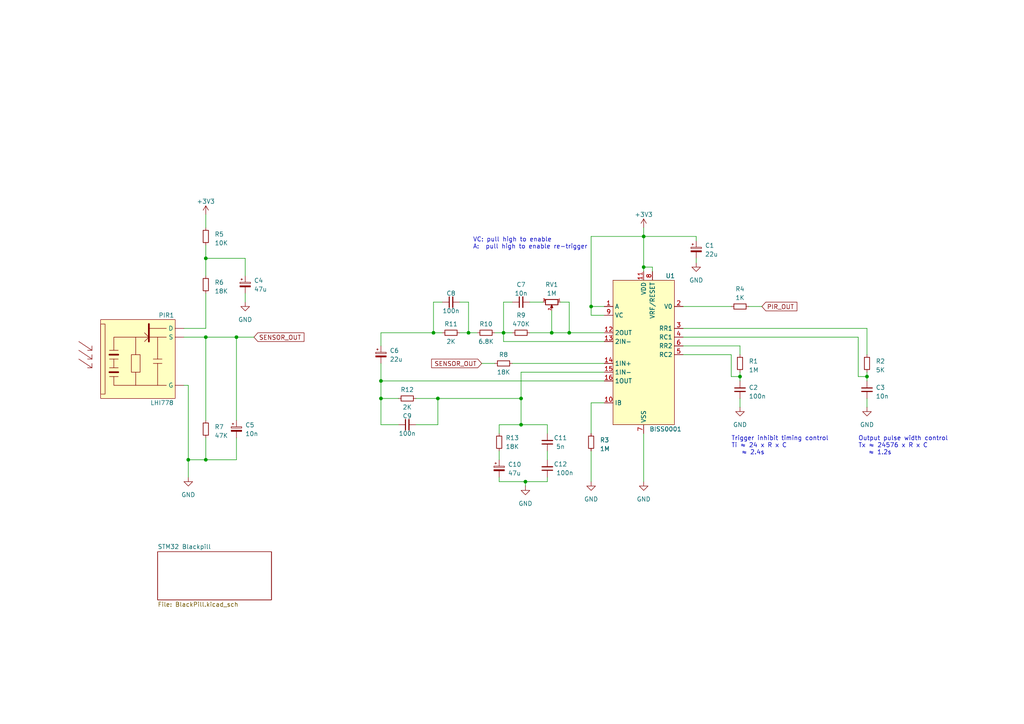
<source format=kicad_sch>
(kicad_sch (version 20230121) (generator eeschema)
  (paper "A4")
  (lib_symbols
    (symbol "Device:C_Polarized_Small" (pin_numbers hide) (pin_names (offset 0.254) hide)
      (property "Reference" "C" (at 0.254 1.778 0))
      (property "Value" "C_Polarized_Small" (at 0.254 -2.032 0))
      (symbol "C_Polarized_Small_0_1"
        (rectangle (start -1.524 -0.3048) (end 1.524 -0.6858) (fill (type outline)))
        (rectangle (start -1.524 0.6858) (end 1.524 0.3048))
        (polyline (pts (xy -1.27 1.524) (xy -0.762 1.524)))
        (polyline (pts (xy -1.016 1.27) (xy -1.016 1.778)))
      )
      (symbol "C_Polarized_Small_1_1"
        (pin passive line (at 0 2.54 270) (length 1.8542) (name "~") (number "1"))
        (pin passive line (at 0 -2.54 90) (length 1.8542) (name "~") (number "2"))
      )
    )
    (symbol "Device:C_Small" (pin_numbers hide) (pin_names (offset 0.254) hide)
      (property "Reference" "C" (at 0.254 1.778 0))
      (property "Value" "C_Small" (at 0.254 -2.032 0))
      (symbol "C_Small_0_1"
        (polyline (pts (xy -1.524 -0.508) (xy 1.524 -0.508)) (stroke (width 0.3302)))
        (polyline (pts (xy -1.524 0.508) (xy 1.524 0.508)) (stroke (width 0.3048)))
      )
      (symbol "C_Small_1_1"
        (pin passive line (at 0 2.54 270) (length 2.032) (name "~") (number "1"))
        (pin passive line (at 0 -2.54 90) (length 2.032) (name "~") (number "2"))
      )
    )
    (symbol "Device:R_Potentiometer_Small" (pin_names (offset 1.016) hide)
      (property "Reference" "RV" (at -4.445 0 90))
      (property "Value" "R_Potentiometer_Small" (at -2.54 0 90))
      (symbol "R_Potentiometer_Small_0_1"
        (polyline (pts (xy 0.889 0) (xy 0.635 0) (xy 1.651 0.381) (xy 1.651 -0.381) (xy 0.635 0) (xy 0.889 0)) (fill (type outline)))
        (rectangle (start 0.762 1.8034) (end -0.762 -1.8034) (stroke (width 0.254)))
      )
      (symbol "R_Potentiometer_Small_1_1"
        (pin passive line (at 0 2.54 270) (length 0.635) (name "1") (number "1"))
        (pin passive line (at 2.54 0 180) (length 0.9906) (name "2") (number "2"))
        (pin passive line (at 0 -2.54 90) (length 0.635) (name "3") (number "3"))
      )
    )
    (symbol "Device:R_Small" (pin_numbers hide) (pin_names (offset 0.254) hide)
      (property "Reference" "R" (at 0.762 0.508 0))
      (property "Value" "R_Small" (at 0.762 -1.016 0))
      (symbol "R_Small_0_1"
        (rectangle (start -0.762 1.778) (end 0.762 -1.778) (stroke (width 0.2032)))
      )
      (symbol "R_Small_1_1"
        (pin passive line (at 0 2.54 270) (length 0.762) (name "~") (number "1"))
        (pin passive line (at 0 -2.54 90) (length 0.762) (name "~") (number "2"))
      )
    )
    (symbol "TomsSymbolLib:BIS0001"
      (property "Reference" "U" (at 11.43 2.54 0))
      (property "Value" "BISS00001" (at 10.16 -41.91 0))
      (symbol "BIS0001_1_1"
        (rectangle (start -5.08 1.27) (end 12.7 -40.64) (fill (type background)))
        (pin input line (at -7.62 -6.35 0) (length 2.54) (name "A") (number "1"))
        (pin bidirectional line (at -7.62 -34.29 0) (length 2.54) (name "IB") (number "10"))
        (pin power_in line (at 3.81 3.81 270) (length 2.54) (name "VDD") (number "11"))
        (pin bidirectional line (at -7.62 -13.97 0) (length 2.54) (name "2OUT") (number "12"))
        (pin bidirectional line (at -7.62 -16.51 0) (length 2.54) (name "2IN-") (number "13"))
        (pin bidirectional line (at -7.62 -22.86 0) (length 2.54) (name "1IN+") (number "14"))
        (pin bidirectional line (at -7.62 -25.4 0) (length 2.54) (name "1IN-") (number "15"))
        (pin bidirectional line (at -7.62 -27.94 0) (length 2.54) (name "1OUT") (number "16"))
        (pin input line (at 15.24 -6.35 180) (length 2.54) (name "V0") (number "2"))
        (pin input line (at 15.24 -12.7 180) (length 2.54) (name "RR1") (number "3"))
        (pin input line (at 15.24 -15.24 180) (length 2.54) (name "RC1") (number "4"))
        (pin input line (at 15.24 -20.32 180) (length 2.54) (name "RC2") (number "5"))
        (pin input line (at 15.24 -17.78 180) (length 2.54) (name "RR2") (number "6"))
        (pin power_in line (at 3.81 -43.18 90) (length 2.54) (name "VSS") (number "7"))
        (pin input line (at 6.35 3.81 270) (length 2.54) (name "VRF/RESET") (number "8"))
        (pin bidirectional line (at -7.62 -8.89 0) (length 2.54) (name "VC") (number "9"))
      )
    )
    (symbol "TomsSymbolLib:LHI778"
      (property "Reference" "PIR" (at -2.54 1.27 0))
      (property "Value" "LHI778" (at -3.81 -24.13 0))
      (symbol "LHI778_0_1"
        (rectangle (start -21.59 -1.27) (end -20.32 -21.59))
        (polyline (pts (xy -7.62 -2.54) (xy -2.54 -2.54)))
        (polyline (pts (xy -2.54 -5.08) (xy -7.62 -5.08)))
      )
      (symbol "LHI778_1_1"
        (rectangle (start -21.59 0) (end 0 -22.86) (fill (type background)))
        (polyline (pts (xy -27.94 -11.43) (xy -24.13 -13.97)))
        (polyline (pts (xy -27.94 -8.89) (xy -24.13 -11.43)))
        (polyline (pts (xy -27.94 -6.35) (xy -24.13 -8.89)))
        (polyline (pts (xy -25.4 -13.97) (xy -24.13 -13.97)))
        (polyline (pts (xy -25.4 -11.43) (xy -24.13 -11.43)))
        (polyline (pts (xy -25.4 -8.89) (xy -24.13 -8.89)))
        (polyline (pts (xy -24.13 -12.7) (xy -24.13 -13.97)))
        (polyline (pts (xy -24.13 -10.16) (xy -24.13 -11.43)))
        (polyline (pts (xy -24.13 -7.62) (xy -24.13 -8.89)))
        (polyline (pts (xy -19.05 -16.51) (xy -16.51 -16.51)))
        (polyline (pts (xy -19.05 -15.24) (xy -16.51 -15.24)) (stroke (width 0.5)))
        (polyline (pts (xy -19.05 -13.97) (xy -16.51 -13.97)))
        (polyline (pts (xy -19.05 -11.43) (xy -16.51 -11.43)))
        (polyline (pts (xy -19.05 -10.16) (xy -16.51 -10.16)) (stroke (width 0.5)))
        (polyline (pts (xy -19.05 -8.89) (xy -16.51 -8.89)))
        (polyline (pts (xy -17.78 -11.43) (xy -17.78 -13.97)))
        (polyline (pts (xy -7.62 -5.08) (xy -8.89 -6.35)))
        (polyline (pts (xy -7.62 -5.08) (xy -8.89 -3.81)))
        (polyline (pts (xy -7.62 -1.27) (xy -7.62 -6.35)) (stroke (width 0.5)))
        (polyline (pts (xy -6.35 -12.7) (xy -3.81 -12.7)))
        (polyline (pts (xy -6.35 -11.43) (xy -3.81 -11.43)))
        (polyline (pts (xy -5.08 -11.43) (xy -5.08 -5.08)))
        (polyline (pts (xy -17.78 -16.51) (xy -17.78 -19.05) (xy -11.43 -19.05)))
        (polyline (pts (xy -11.43 -15.24) (xy -11.43 -19.05) (xy -5.08 -19.05)))
        (polyline (pts (xy -11.43 -5.08) (xy -17.78 -5.08) (xy -17.78 -8.89)))
        (polyline (pts (xy -7.62 -5.08) (xy -11.43 -5.08) (xy -11.43 -10.16)))
        (polyline (pts (xy -2.54 -19.05) (xy -5.08 -19.05) (xy -5.08 -12.7)))
        (polyline (pts (xy -10.16 -10.16) (xy -12.7 -10.16) (xy -12.7 -15.24) (xy -10.16 -15.24) (xy -10.16 -10.16)))
        (pin bidirectional line (at 2.54 -2.54 180) (length 2.54) (name "D") (number ""))
        (pin bidirectional line (at 2.54 -19.05 180) (length 2.54) (name "G") (number ""))
        (pin bidirectional line (at 2.54 -5.08 180) (length 2.54) (name "S") (number ""))
      )
    )
    (symbol "power:+3V3" (power) (pin_names (offset 0))
      (property "Value" "+3V3" (at 0 3.556 0))
      (symbol "+3V3_0_1"
        (polyline (pts (xy -0.762 1.27) (xy 0 2.54)))
        (polyline (pts (xy 0 0) (xy 0 2.54)))
        (polyline (pts (xy 0 2.54) (xy 0.762 1.27)))
      )
      (symbol "+3V3_1_1"
        (pin power_in line (at 0 0 90) (length 0) hide (name "+3V3") (number "1"))
      )
    )
    (symbol "power:GND" (power) (pin_names (offset 0))
      (property "Value" "GND" (at 0 -3.81 0))
      (symbol "GND_0_1"
        (polyline (pts (xy 0 0) (xy 0 -1.27) (xy 1.27 -1.27) (xy 0 -2.54) (xy -1.27 -1.27) (xy 0 -1.27)))
      )
      (symbol "GND_1_1"
        (pin power_in line (at 0 0 270) (length 0) hide (name "GND") (number "1"))
      )
    )
  )
  (junction (at 68.58 97.79))
  (junction (at 135.89 96.52))
  (junction (at 146.05 96.52))
  (junction (at 59.69 74.93))
  (junction (at 152.4 139.7))
  (junction (at 214.63 109.22))
  (junction (at 165.1 96.52))
  (junction (at 59.69 133.35))
  (junction (at 151.13 123.19))
  (junction (at 251.46 109.22))
  (junction (at 186.69 68.58))
  (junction (at 127 115.57))
  (junction (at 125.73 96.52))
  (junction (at 151.13 115.57))
  (junction (at 186.69 77.47))
  (junction (at 54.61 133.35))
  (junction (at 59.69 97.79))
  (junction (at 171.45 88.9))
  (junction (at 110.49 110.49))
  (junction (at 160.02 96.52))
  (junction (at 110.49 115.57))
  (wire (pts (xy 59.69 97.79) (xy 59.69 121.92)))
  (wire (pts (xy 146.05 87.63) (xy 146.05 96.52)))
  (wire (pts (xy 214.63 100.33) (xy 214.63 102.87)))
  (wire (pts (xy 186.69 66.04) (xy 186.69 68.58)))
  (wire (pts (xy 175.26 91.44) (xy 171.45 91.44)))
  (wire (pts (xy 171.45 68.58) (xy 186.69 68.58)))
  (wire (pts (xy 189.23 77.47) (xy 186.69 77.47)))
  (wire (pts (xy 54.61 133.35) (xy 54.61 138.43)))
  (wire (pts (xy 160.02 96.52) (xy 165.1 96.52)))
  (wire (pts (xy 115.57 123.19) (xy 110.49 123.19)))
  (wire (pts (xy 248.92 97.79) (xy 248.92 109.22)))
  (wire (pts (xy 146.05 99.06) (xy 175.26 99.06)))
  (wire (pts (xy 217.17 88.9) (xy 220.98 88.9)))
  (wire (pts (xy 153.67 87.63) (xy 157.48 87.63)))
  (wire (pts (xy 110.49 115.57) (xy 110.49 110.49)))
  (wire (pts (xy 53.34 111.76) (xy 54.61 111.76)))
  (wire (pts (xy 59.69 95.25) (xy 59.69 85.09)))
  (wire (pts (xy 144.78 123.19) (xy 151.13 123.19)))
  (wire (pts (xy 189.23 78.74) (xy 189.23 77.47)))
  (wire (pts (xy 198.12 88.9) (xy 212.09 88.9)))
  (wire (pts (xy 186.69 68.58) (xy 186.69 77.47)))
  (wire (pts (xy 158.75 123.19) (xy 151.13 123.19)))
  (wire (pts (xy 68.58 133.35) (xy 59.69 133.35)))
  (wire (pts (xy 165.1 96.52) (xy 175.26 96.52)))
  (wire (pts (xy 186.69 77.47) (xy 186.69 78.74)))
  (wire (pts (xy 115.57 115.57) (xy 110.49 115.57)))
  (wire (pts (xy 214.63 115.57) (xy 214.63 118.11)))
  (wire (pts (xy 125.73 87.63) (xy 128.27 87.63)))
  (wire (pts (xy 148.59 96.52) (xy 146.05 96.52)))
  (wire (pts (xy 59.69 133.35) (xy 54.61 133.35)))
  (wire (pts (xy 133.35 96.52) (xy 135.89 96.52)))
  (wire (pts (xy 59.69 127) (xy 59.69 133.35)))
  (wire (pts (xy 120.65 115.57) (xy 127 115.57)))
  (wire (pts (xy 151.13 107.95) (xy 151.13 115.57)))
  (wire (pts (xy 201.93 69.85) (xy 201.93 68.58)))
  (wire (pts (xy 171.45 130.81) (xy 171.45 139.7)))
  (wire (pts (xy 59.69 62.23) (xy 59.69 66.04)))
  (wire (pts (xy 158.75 130.81) (xy 158.75 133.35)))
  (wire (pts (xy 214.63 109.22) (xy 214.63 110.49)))
  (wire (pts (xy 59.69 74.93) (xy 59.69 80.01)))
  (wire (pts (xy 59.69 97.79) (xy 68.58 97.79)))
  (wire (pts (xy 68.58 127) (xy 68.58 133.35)))
  (wire (pts (xy 120.65 123.19) (xy 127 123.19)))
  (wire (pts (xy 59.69 71.12) (xy 59.69 74.93)))
  (wire (pts (xy 110.49 96.52) (xy 125.73 96.52)))
  (wire (pts (xy 71.12 80.01) (xy 71.12 74.93)))
  (wire (pts (xy 175.26 116.84) (xy 171.45 116.84)))
  (wire (pts (xy 165.1 87.63) (xy 165.1 96.52)))
  (wire (pts (xy 133.35 87.63) (xy 135.89 87.63)))
  (wire (pts (xy 53.34 95.25) (xy 59.69 95.25)))
  (wire (pts (xy 110.49 100.33) (xy 110.49 96.52)))
  (wire (pts (xy 143.51 96.52) (xy 146.05 96.52)))
  (wire (pts (xy 198.12 97.79) (xy 248.92 97.79)))
  (wire (pts (xy 162.56 87.63) (xy 165.1 87.63)))
  (wire (pts (xy 146.05 99.06) (xy 146.05 96.52)))
  (wire (pts (xy 171.45 116.84) (xy 171.45 125.73)))
  (wire (pts (xy 54.61 111.76) (xy 54.61 133.35)))
  (wire (pts (xy 71.12 74.93) (xy 59.69 74.93)))
  (wire (pts (xy 198.12 102.87) (xy 212.09 102.87)))
  (wire (pts (xy 186.69 68.58) (xy 201.93 68.58)))
  (wire (pts (xy 135.89 87.63) (xy 135.89 96.52)))
  (wire (pts (xy 127 123.19) (xy 127 115.57)))
  (wire (pts (xy 175.26 110.49) (xy 110.49 110.49)))
  (wire (pts (xy 158.75 123.19) (xy 158.75 125.73)))
  (wire (pts (xy 144.78 138.43) (xy 144.78 139.7)))
  (wire (pts (xy 151.13 115.57) (xy 151.13 123.19)))
  (wire (pts (xy 146.05 87.63) (xy 148.59 87.63)))
  (wire (pts (xy 148.59 105.41) (xy 175.26 105.41)))
  (wire (pts (xy 110.49 110.49) (xy 110.49 105.41)))
  (wire (pts (xy 198.12 100.33) (xy 214.63 100.33)))
  (wire (pts (xy 251.46 107.95) (xy 251.46 109.22)))
  (wire (pts (xy 251.46 115.57) (xy 251.46 118.11)))
  (wire (pts (xy 214.63 107.95) (xy 214.63 109.22)))
  (wire (pts (xy 71.12 85.09) (xy 71.12 87.63)))
  (wire (pts (xy 212.09 102.87) (xy 212.09 109.22)))
  (wire (pts (xy 125.73 87.63) (xy 125.73 96.52)))
  (wire (pts (xy 171.45 91.44) (xy 171.45 88.9)))
  (wire (pts (xy 153.67 96.52) (xy 160.02 96.52)))
  (wire (pts (xy 251.46 109.22) (xy 251.46 110.49)))
  (wire (pts (xy 128.27 96.52) (xy 125.73 96.52)))
  (wire (pts (xy 68.58 97.79) (xy 68.58 121.92)))
  (wire (pts (xy 160.02 90.17) (xy 160.02 96.52)))
  (wire (pts (xy 251.46 95.25) (xy 251.46 102.87)))
  (wire (pts (xy 186.69 125.73) (xy 186.69 139.7)))
  (wire (pts (xy 53.34 97.79) (xy 59.69 97.79)))
  (wire (pts (xy 158.75 139.7) (xy 152.4 139.7)))
  (wire (pts (xy 152.4 139.7) (xy 152.4 140.97)))
  (wire (pts (xy 158.75 138.43) (xy 158.75 139.7)))
  (wire (pts (xy 135.89 96.52) (xy 138.43 96.52)))
  (wire (pts (xy 171.45 88.9) (xy 175.26 88.9)))
  (wire (pts (xy 171.45 88.9) (xy 171.45 68.58)))
  (wire (pts (xy 127 115.57) (xy 151.13 115.57)))
  (wire (pts (xy 144.78 123.19) (xy 144.78 125.73)))
  (wire (pts (xy 248.92 109.22) (xy 251.46 109.22)))
  (wire (pts (xy 144.78 139.7) (xy 152.4 139.7)))
  (wire (pts (xy 212.09 109.22) (xy 214.63 109.22)))
  (wire (pts (xy 144.78 130.81) (xy 144.78 133.35)))
  (wire (pts (xy 68.58 97.79) (xy 73.66 97.79)))
  (wire (pts (xy 139.7 105.41) (xy 143.51 105.41)))
  (wire (pts (xy 110.49 123.19) (xy 110.49 115.57)))
  (wire (pts (xy 175.26 107.95) (xy 151.13 107.95)))
  (wire (pts (xy 201.93 74.93) (xy 201.93 76.2)))
  (wire (pts (xy 198.12 95.25) (xy 251.46 95.25)))
  (text "Trigger inhibit timing control\nTi ≈ 24 x R x C\n   ≈ 2.4s" (at 212.09 132.08 0) (effects (font (size 1.27 1.27)) (justify left bottom)))
  (text "Output pulse width control\nTx ≈ 24576 x R x C\n   ≈ 1.2s" (at 248.92 132.08 0) (effects (font (size 1.27 1.27)) (justify left bottom)))
  (text "VC: pull high to enable\nA:  pull high to enable re-trigger" (at 137.16 72.39 0) (effects (font (size 1.27 1.27)) (justify left bottom)))
  (global_label "PIR_OUT" (shape input) (at 220.98 88.9 0) (property "Intersheetrefs" "${INTERSHEET_REFS}" (effects hide)))
  (global_label "SENSOR_OUT" (shape input) (at 73.66 97.79 0) (property "Intersheetrefs" "${INTERSHEET_REFS}" (effects hide)))
  (global_label "SENSOR_OUT" (shape input) (at 139.7 105.41 180) (property "Intersheetrefs" "${INTERSHEET_REFS}" (effects hide)))
  (symbol (lib_id "Device:R_Small") (at 59.69 82.55 0) (unit 1)
    (property "Reference" "R6" (at 62.23 81.915 0) (effects (justify left)))
    (property "Value" "18K" (at 62.23 84.455 0) (effects (justify left)))
  )
  (symbol (lib_id "Device:R_Small") (at 146.05 105.41 90) (unit 1)
    (property "Reference" "R8" (at 146.05 102.87 90))
    (property "Value" "18K" (at 146.05 107.95 90))
  )
  (symbol (lib_id "power:+3V3") (at 59.69 62.23 0) (unit 1)
    (property "Reference" "#PWR08" (effects hide))
    (property "Value" "+3V3" (at 59.69 58.42 0))
  )
  (symbol (lib_id "Device:C_Small") (at 151.13 87.63 90) (unit 1)
    (property "Reference" "C7" (at 151.1363 82.55 90))
    (property "Value" "10n" (at 151.1363 85.09 90))
  )
  (symbol (lib_id "power:GND") (at 71.12 87.63 0) (unit 1)
    (property "Reference" "#PWR09" (effects hide))
    (property "Value" "GND" (at 71.12 92.71 0))
  )
  (symbol (lib_id "Device:R_Small") (at 214.63 88.9 90) (unit 1)
    (property "Reference" "R4" (at 214.63 83.82 90))
    (property "Value" "1K" (at 214.63 86.36 90))
  )
  (symbol (lib_id "power:GND") (at 186.69 139.7 0) (unit 1)
    (property "Reference" "#PWR01" (effects hide))
    (property "Value" "GND" (at 186.69 144.78 0))
  )
  (symbol (lib_id "power:GND") (at 251.46 118.11 0) (unit 1)
    (property "Reference" "#PWR05" (effects hide))
    (property "Value" "GND" (at 251.46 123.19 0))
  )
  (symbol (lib_id "Device:R_Small") (at 59.69 124.46 0) (unit 1)
    (property "Reference" "R7" (at 62.23 123.825 0) (effects (justify left)))
    (property "Value" "47K" (at 62.23 126.365 0) (effects (justify left)))
  )
  (symbol (lib_id "Device:R_Small") (at 118.11 115.57 90) (unit 1)
    (property "Reference" "R12" (at 118.11 113.03 90))
    (property "Value" "2K" (at 118.11 118.11 90))
  )
  (symbol (lib_id "Device:C_Polarized_Small") (at 201.93 72.39 0) (unit 1)
    (property "Reference" "C1" (at 204.47 71.2089 0) (effects (justify left)))
    (property "Value" "22u" (at 204.47 73.7489 0) (effects (justify left)))
  )
  (symbol (lib_id "Device:C_Polarized_Small") (at 110.49 102.87 0) (unit 1)
    (property "Reference" "C6" (at 113.03 101.6889 0) (effects (justify left)))
    (property "Value" "22u" (at 113.03 104.2289 0) (effects (justify left)))
  )
  (symbol (lib_id "Device:C_Small") (at 130.81 87.63 90) (unit 1)
    (property "Reference" "C8" (at 130.81 85.09 90))
    (property "Value" "100n" (at 130.81 90.17 90))
  )
  (symbol (lib_id "Device:C_Small") (at 158.75 135.89 180) (unit 1)
    (property "Reference" "C12" (at 162.56 134.62 0))
    (property "Value" "100n" (at 163.83 137.16 0))
  )
  (symbol (lib_id "power:GND") (at 171.45 139.7 0) (unit 1)
    (property "Reference" "#PWR07" (effects hide))
    (property "Value" "GND" (at 171.45 144.78 0))
  )
  (symbol (lib_id "Device:R_Small") (at 130.81 96.52 90) (unit 1)
    (property "Reference" "R11" (at 130.81 93.98 90))
    (property "Value" "2K" (at 130.81 99.06 90))
  )
  (symbol (lib_id "power:GND") (at 54.61 138.43 0) (unit 1)
    (property "Reference" "#PWR06" (effects hide))
    (property "Value" "GND" (at 54.61 143.51 0))
  )
  (symbol (lib_id "Device:C_Polarized_Small") (at 68.58 124.46 0) (unit 1)
    (property "Reference" "C5" (at 71.12 123.2789 0) (effects (justify left)))
    (property "Value" "10n" (at 71.12 125.8189 0) (effects (justify left)))
  )
  (symbol (lib_id "Device:R_Small") (at 59.69 68.58 0) (unit 1)
    (property "Reference" "R5" (at 62.23 67.945 0) (effects (justify left)))
    (property "Value" "10K" (at 62.23 70.485 0) (effects (justify left)))
  )
  (symbol (lib_id "TomsSymbolLib:BIS0001") (at 182.88 82.55 0) (unit 1)
    (property "Reference" "U1" (at 193.04 80.01 0) (effects (justify left)))
    (property "Value" "BISS0001" (at 193.04 124.46 0))
    (property "Footprint" "Package_SO:SOP-16_3.9x9.9mm_P1.27mm" (effects hide))
    (property "Datasheet" "http://www.ladyada.net/media/sensors/BISS0001.pdf" (effects hide))
    (property "JLCPCB" "C404323" (effects hide))
  )
  (symbol (lib_id "Device:C_Polarized_Small") (at 71.12 82.55 0) (unit 1)
    (property "Reference" "C4" (at 73.66 81.3689 0) (effects (justify left)))
    (property "Value" "47u" (at 73.66 83.9089 0) (effects (justify left)))
  )
  (symbol (lib_id "Device:C_Small") (at 118.11 123.19 90) (unit 1)
    (property "Reference" "C9" (at 118.11 120.65 90))
    (property "Value" "100n" (at 118.11 125.73 90))
  )
  (symbol (lib_id "Device:C_Small") (at 158.75 128.27 180) (unit 1)
    (property "Reference" "C11" (at 162.56 127 0))
    (property "Value" "5n" (at 162.56 129.54 0))
  )
  (symbol (lib_id "Device:R_Small") (at 151.13 96.52 90) (unit 1)
    (property "Reference" "R9" (at 151.13 91.44 90))
    (property "Value" "470K" (at 151.13 93.98 90))
  )
  (symbol (lib_id "Device:R_Small") (at 251.46 105.41 0) (unit 1)
    (property "Reference" "R2" (at 254 104.775 0) (effects (justify left)))
    (property "Value" "5K" (at 254 107.315 0) (effects (justify left)))
  )
  (symbol (lib_id "Device:R_Potentiometer_Small") (at 160.02 87.63 270) (unit 1)
    (property "Reference" "RV1" (at 160.02 82.55 90))
    (property "Value" "1M" (at 160.02 85.09 90))
  )
  (symbol (lib_id "Device:R_Small") (at 140.97 96.52 90) (unit 1)
    (property "Reference" "R10" (at 140.97 93.98 90))
    (property "Value" "6.8K" (at 140.97 99.06 90))
  )
  (symbol (lib_id "power:+3V3") (at 186.69 66.04 0) (unit 1)
    (property "Reference" "#PWR02" (effects hide))
    (property "Value" "+3V3" (at 186.69 62.23 0))
  )
  (symbol (lib_id "Device:R_Small") (at 144.78 128.27 180) (unit 1)
    (property "Reference" "R13" (at 148.59 127 0))
    (property "Value" "18K" (at 148.59 129.54 0))
  )
  (symbol (lib_id "Device:R_Small") (at 214.63 105.41 0) (unit 1)
    (property "Reference" "R1" (at 217.17 104.775 0) (effects (justify left)))
    (property "Value" "1M" (at 217.17 107.315 0) (effects (justify left)))
  )
  (symbol (lib_id "Device:R_Small") (at 171.45 128.27 0) (unit 1)
    (property "Reference" "R3" (at 173.99 127.635 0) (effects (justify left)))
    (property "Value" "1M" (at 173.99 130.175 0) (effects (justify left)))
  )
  (symbol (lib_id "power:GND") (at 214.63 118.11 0) (unit 1)
    (property "Reference" "#PWR04" (effects hide))
    (property "Value" "GND" (at 214.63 123.19 0))
  )
  (symbol (lib_id "power:GND") (at 201.93 76.2 0) (unit 1)
    (property "Reference" "#PWR03" (effects hide))
    (property "Value" "GND" (at 201.93 81.28 0))
  )
  (symbol (lib_id "Device:C_Small") (at 214.63 113.03 0) (unit 1)
    (property "Reference" "C2" (at 217.17 112.4013 0) (effects (justify left)))
    (property "Value" "100n" (at 217.17 114.9413 0) (effects (justify left)))
  )
  (symbol (lib_id "power:GND") (at 152.4 140.97 0) (unit 1)
    (property "Reference" "#PWR010" (effects hide))
    (property "Value" "GND" (at 152.4 146.05 0))
  )
  (symbol (lib_id "Device:C_Polarized_Small") (at 144.78 135.89 0) (unit 1)
    (property "Reference" "C10" (at 147.32 134.7089 0) (effects (justify left)))
    (property "Value" "47u" (at 147.32 137.2489 0) (effects (justify left)))
  )
  (symbol (lib_id "Device:C_Small") (at 251.46 113.03 0) (unit 1)
    (property "Reference" "C3" (at 254 112.4013 0) (effects (justify left)))
    (property "Value" "10n" (at 254 114.9413 0) (effects (justify left)))
  )
  (symbol (lib_id "TomsSymbolLib:LHI778") (at 50.8 92.71 0) (unit 1)
    (property "Reference" "PIR1" (at 48.26 91.44 0))
    (property "Value" "LHI778" (at 46.99 116.84 0))
  )
  (sheet (at 45.72 160.02) (size 33.02 13.97) (stroke (width 0.1524))
    (property "Sheetname" "STM32 Blackpill" (at 45.72 159.3084 0) (effects (justify left bottom)))
    (property "Sheetfile" "BlackPill.kicad_sch" (at 45.72 174.5746 0) (effects (justify left top)))
  )
)
</source>
